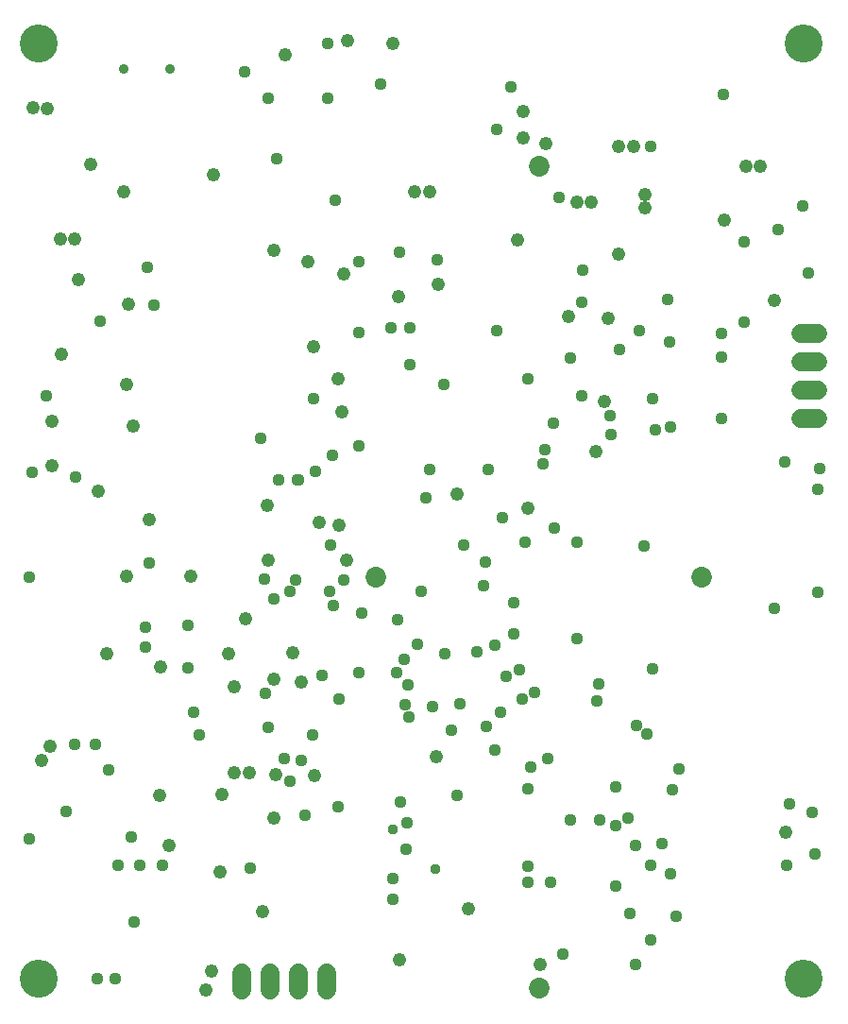
<source format=gbr>
G04 EAGLE Gerber RS-274X export*
G75*
%MOMM*%
%FSLAX34Y34*%
%LPD*%
%INSoldermask Bottom*%
%IPPOS*%
%AMOC8*
5,1,8,0,0,1.08239X$1,22.5*%
G01*
%ADD10C,3.403200*%
%ADD11C,0.903200*%
%ADD12C,1.853200*%
%ADD13C,1.727200*%
%ADD14C,1.209600*%
%ADD15C,1.109600*%
%ADD16C,0.959600*%


D10*
X25400Y25400D03*
X711200Y25400D03*
X711200Y863600D03*
X25400Y863600D03*
D11*
X142670Y840370D03*
X101170Y840370D03*
D12*
X473710Y16510D03*
X473710Y753110D03*
X327660Y384810D03*
X619760Y384810D03*
D13*
X283210Y30480D02*
X283210Y15240D01*
X257810Y15240D02*
X257810Y30480D01*
X232410Y30480D02*
X232410Y15240D01*
X207010Y15240D02*
X207010Y30480D01*
X708660Y603250D02*
X723900Y603250D01*
X723900Y577850D02*
X708660Y577850D01*
X708660Y552450D02*
X723900Y552450D01*
X723900Y527050D02*
X708660Y527050D01*
D14*
X246380Y853440D03*
X32385Y805180D03*
X19685Y805815D03*
X302260Y866140D03*
X229870Y449580D03*
X189230Y190500D03*
X213995Y209550D03*
X187960Y120650D03*
X236220Y168910D03*
X300990Y400050D03*
X524510Y497840D03*
X544830Y674370D03*
X361950Y730250D03*
X180340Y31750D03*
X231140Y400685D03*
X260350Y290830D03*
X694690Y156210D03*
X226060Y85090D03*
X348615Y41910D03*
X640080Y704850D03*
X684530Y633095D03*
X181610Y746125D03*
X568960Y727710D03*
X568960Y716280D03*
X659130Y753110D03*
X671830Y753110D03*
D15*
X115960Y127000D03*
X537210Y529590D03*
X657860Y685800D03*
X657860Y613410D03*
X637540Y527050D03*
D14*
X36830Y524510D03*
X276860Y434340D03*
D15*
X250190Y201930D03*
D14*
X342900Y863600D03*
X236220Y678180D03*
X266700Y668020D03*
X174625Y15240D03*
X71755Y755015D03*
X60948Y651498D03*
X36595Y485160D03*
D15*
X537845Y513080D03*
X312420Y502920D03*
X287020Y414020D03*
X487680Y429260D03*
X477520Y486410D03*
D14*
X27940Y220980D03*
X78740Y462280D03*
X35560Y233680D03*
X124460Y436880D03*
X195580Y316230D03*
X252730Y317500D03*
D15*
X257810Y472440D03*
X255270Y382270D03*
X298450Y382270D03*
X257340Y472440D03*
X285750Y372110D03*
X250190Y372110D03*
X240030Y472440D03*
X346710Y346710D03*
X426720Y251460D03*
X312420Y299720D03*
X560070Y38100D03*
X293370Y179070D03*
X279400Y297180D03*
X245110Y222250D03*
X260350Y220980D03*
X715010Y657860D03*
X723686Y463550D03*
X270735Y243615D03*
X710184Y718058D03*
X723686Y371463D03*
X718820Y174244D03*
X231140Y250190D03*
X271780Y544830D03*
X312420Y604520D03*
X312420Y668020D03*
X355600Y165100D03*
X356870Y259715D03*
X349250Y183515D03*
X353695Y270510D03*
X354330Y140970D03*
X294640Y275590D03*
X486410Y523240D03*
X288290Y494030D03*
X122555Y662940D03*
X31750Y547370D03*
X107950Y152400D03*
X49530Y175260D03*
X110490Y76200D03*
X58420Y474980D03*
X124460Y397510D03*
X120650Y340360D03*
X120650Y322580D03*
X77470Y25400D03*
X93980Y25400D03*
X163830Y264160D03*
D14*
X544830Y770890D03*
X558800Y770890D03*
X474980Y38100D03*
X532130Y542290D03*
X347345Y636270D03*
X375920Y730250D03*
D15*
X433705Y324485D03*
D14*
X508000Y721360D03*
X520700Y721360D03*
X454660Y687070D03*
X383540Y647700D03*
D15*
X450850Y334010D03*
X364490Y325120D03*
D16*
X381000Y123825D03*
D15*
X342265Y96520D03*
D14*
X500380Y619125D03*
X400050Y459740D03*
X463550Y447040D03*
D15*
X80084Y614680D03*
X128270Y628650D03*
D14*
X86360Y316230D03*
X104140Y386080D03*
X57150Y688340D03*
X44450Y688340D03*
X105410Y629920D03*
X142240Y144780D03*
X44965Y585450D03*
X109735Y520680D03*
D15*
X57150Y234950D03*
X158750Y303530D03*
X228600Y280670D03*
X491490Y725170D03*
X19050Y478790D03*
X158750Y341630D03*
X346075Y299720D03*
D14*
X134620Y304800D03*
X271780Y591820D03*
X535940Y617220D03*
D15*
X236220Y365760D03*
X289560Y359410D03*
X314643Y353060D03*
X76200Y234950D03*
X355918Y288290D03*
X135960Y127000D03*
X575310Y544830D03*
X331470Y826770D03*
X513080Y660400D03*
X348615Y676275D03*
X87630Y212090D03*
X168936Y243840D03*
X16510Y150495D03*
X16510Y385445D03*
X231140Y814070D03*
X284480Y863600D03*
X284480Y814070D03*
D14*
X459740Y802640D03*
X459740Y778510D03*
D15*
X382270Y669290D03*
X591820Y519430D03*
X574040Y771525D03*
D14*
X480060Y773430D03*
X200660Y209550D03*
X200660Y287020D03*
X236220Y293370D03*
X210820Y347980D03*
X293370Y562610D03*
X237490Y208280D03*
X272415Y207645D03*
X294640Y431800D03*
X100965Y730885D03*
X298450Y656590D03*
X297180Y533400D03*
D15*
X588645Y633730D03*
X340995Y608965D03*
X688340Y696976D03*
X577850Y517652D03*
X575310Y303022D03*
X290830Y722630D03*
X273050Y480060D03*
X501650Y581660D03*
X387985Y558165D03*
X637540Y603250D03*
X563880Y605790D03*
X435610Y605790D03*
X455930Y302260D03*
X406400Y414020D03*
X508000Y416560D03*
X527050Y289560D03*
X469900Y281940D03*
X525780Y274320D03*
X450850Y361950D03*
X561340Y252476D03*
X598805Y213360D03*
X698500Y181610D03*
X570230Y244856D03*
X425450Y398780D03*
X439420Y264160D03*
X593090Y194310D03*
X463550Y125730D03*
X528320Y167640D03*
X560070Y144780D03*
X590550Y595630D03*
X721360Y137160D03*
X725170Y482600D03*
X637540Y582295D03*
D14*
X410210Y88290D03*
X381635Y224765D03*
D15*
X574040Y127000D03*
X466090Y214630D03*
X567690Y412750D03*
X694055Y488315D03*
X596900Y81280D03*
X695960Y127000D03*
X584200Y146050D03*
X553720Y168910D03*
X483870Y111760D03*
X463550Y111760D03*
X402590Y271780D03*
X378460Y269240D03*
X389255Y316865D03*
X463550Y195580D03*
X546100Y589280D03*
X214630Y124460D03*
X264160Y171450D03*
X638810Y817880D03*
X684530Y356870D03*
X478790Y499110D03*
X554990Y83820D03*
X542290Y196850D03*
X542290Y107950D03*
X542290Y162560D03*
X372110Y455930D03*
X511810Y631190D03*
X511810Y547370D03*
X95960Y127000D03*
X435610Y786130D03*
X224155Y509905D03*
X227330Y383540D03*
X463550Y562610D03*
X495300Y46990D03*
X368300Y372110D03*
X353060Y311150D03*
X508000Y330200D03*
X501650Y167640D03*
X481330Y222250D03*
X448310Y824230D03*
X358140Y608330D03*
X358140Y575310D03*
X342265Y114935D03*
X574040Y60325D03*
X434340Y230505D03*
X400050Y189865D03*
D16*
X342265Y158750D03*
D15*
X458470Y275590D03*
X444500Y295910D03*
X440690Y438150D03*
X417616Y318633D03*
X423672Y377444D03*
X591820Y119380D03*
X394970Y247650D03*
X209550Y838200D03*
X238760Y760095D03*
X375920Y481330D03*
X427990Y481330D03*
X461010Y416560D03*
D14*
X104140Y557530D03*
X161290Y386080D03*
X133350Y189230D03*
M02*

</source>
